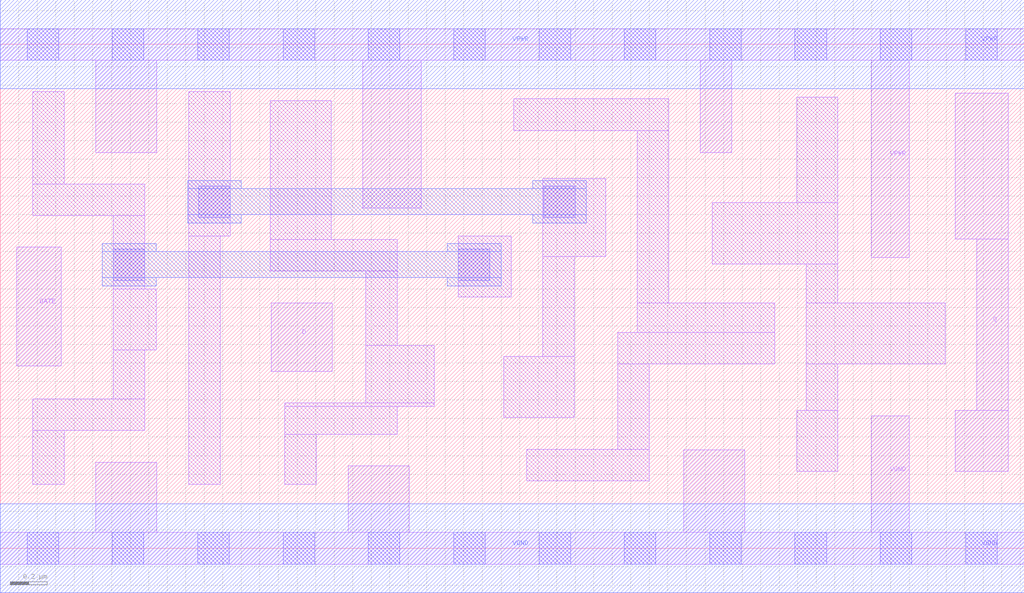
<source format=lef>
# Copyright 2020 The SkyWater PDK Authors
#
# Licensed under the Apache License, Version 2.0 (the "License");
# you may not use this file except in compliance with the License.
# You may obtain a copy of the License at
#
#     https://www.apache.org/licenses/LICENSE-2.0
#
# Unless required by applicable law or agreed to in writing, software
# distributed under the License is distributed on an "AS IS" BASIS,
# WITHOUT WARRANTIES OR CONDITIONS OF ANY KIND, either express or implied.
# See the License for the specific language governing permissions and
# limitations under the License.
#
# SPDX-License-Identifier: Apache-2.0

VERSION 5.7 ;
  NAMESCASESENSITIVE ON ;
  NOWIREEXTENSIONATPIN ON ;
  DIVIDERCHAR "/" ;
  BUSBITCHARS "[]" ;
UNITS
  DATABASE MICRONS 200 ;
END UNITS
MACRO sky130_fd_sc_hd__dlxtp_1
  CLASS CORE ;
  SOURCE USER ;
  FOREIGN sky130_fd_sc_hd__dlxtp_1 ;
  ORIGIN  0.000000  0.000000 ;
  SIZE  5.520000 BY  2.720000 ;
  SYMMETRY X Y R90 ;
  SITE unithd ;
  PIN D
    ANTENNAGATEAREA  0.159000 ;
    DIRECTION INPUT ;
    USE SIGNAL ;
    PORT
      LAYER li1 ;
        RECT 1.460000 0.955000 1.790000 1.325000 ;
    END
  END D
  PIN Q
    ANTENNADIFFAREA  0.470250 ;
    DIRECTION OUTPUT ;
    USE SIGNAL ;
    PORT
      LAYER li1 ;
        RECT 5.150000 0.415000 5.435000 0.745000 ;
        RECT 5.150000 1.670000 5.435000 2.455000 ;
        RECT 5.265000 0.745000 5.435000 1.670000 ;
    END
  END Q
  PIN GATE
    ANTENNAGATEAREA  0.159000 ;
    DIRECTION INPUT ;
    USE CLOCK ;
    PORT
      LAYER li1 ;
        RECT 0.090000 0.985000 0.330000 1.625000 ;
    END
  END GATE
  PIN VGND
    DIRECTION INOUT ;
    SHAPE ABUTMENT ;
    USE GROUND ;
    PORT
      LAYER li1 ;
        RECT 0.000000 -0.085000 5.520000 0.085000 ;
        RECT 0.515000  0.085000 0.845000 0.465000 ;
        RECT 1.875000  0.085000 2.205000 0.445000 ;
        RECT 3.685000  0.085000 4.015000 0.530000 ;
        RECT 4.695000  0.085000 4.900000 0.715000 ;
      LAYER mcon ;
        RECT 0.145000 -0.085000 0.315000 0.085000 ;
        RECT 0.605000 -0.085000 0.775000 0.085000 ;
        RECT 1.065000 -0.085000 1.235000 0.085000 ;
        RECT 1.525000 -0.085000 1.695000 0.085000 ;
        RECT 1.985000 -0.085000 2.155000 0.085000 ;
        RECT 2.445000 -0.085000 2.615000 0.085000 ;
        RECT 2.905000 -0.085000 3.075000 0.085000 ;
        RECT 3.365000 -0.085000 3.535000 0.085000 ;
        RECT 3.825000 -0.085000 3.995000 0.085000 ;
        RECT 4.285000 -0.085000 4.455000 0.085000 ;
        RECT 4.745000 -0.085000 4.915000 0.085000 ;
        RECT 5.205000 -0.085000 5.375000 0.085000 ;
      LAYER met1 ;
        RECT 0.000000 -0.240000 5.520000 0.240000 ;
    END
  END VGND
  PIN VPWR
    DIRECTION INOUT ;
    SHAPE ABUTMENT ;
    USE POWER ;
    PORT
      LAYER li1 ;
        RECT 0.000000 2.635000 5.520000 2.805000 ;
        RECT 0.515000 2.135000 0.845000 2.635000 ;
        RECT 1.955000 1.835000 2.270000 2.635000 ;
        RECT 3.775000 2.135000 3.945000 2.635000 ;
        RECT 4.695000 1.570000 4.900000 2.635000 ;
      LAYER mcon ;
        RECT 0.145000 2.635000 0.315000 2.805000 ;
        RECT 0.605000 2.635000 0.775000 2.805000 ;
        RECT 1.065000 2.635000 1.235000 2.805000 ;
        RECT 1.525000 2.635000 1.695000 2.805000 ;
        RECT 1.985000 2.635000 2.155000 2.805000 ;
        RECT 2.445000 2.635000 2.615000 2.805000 ;
        RECT 2.905000 2.635000 3.075000 2.805000 ;
        RECT 3.365000 2.635000 3.535000 2.805000 ;
        RECT 3.825000 2.635000 3.995000 2.805000 ;
        RECT 4.285000 2.635000 4.455000 2.805000 ;
        RECT 4.745000 2.635000 4.915000 2.805000 ;
        RECT 5.205000 2.635000 5.375000 2.805000 ;
      LAYER met1 ;
        RECT 0.000000 2.480000 5.520000 2.960000 ;
    END
  END VPWR
  OBS
    LAYER li1 ;
      RECT 0.175000 0.345000 0.345000 0.635000 ;
      RECT 0.175000 0.635000 0.780000 0.805000 ;
      RECT 0.175000 1.795000 0.780000 1.965000 ;
      RECT 0.175000 1.965000 0.345000 2.465000 ;
      RECT 0.610000 0.805000 0.780000 1.070000 ;
      RECT 0.610000 1.070000 0.840000 1.400000 ;
      RECT 0.610000 1.400000 0.780000 1.795000 ;
      RECT 1.015000 0.345000 1.185000 1.685000 ;
      RECT 1.015000 1.685000 1.240000 2.465000 ;
      RECT 1.455000 1.495000 2.140000 1.665000 ;
      RECT 1.455000 1.665000 1.785000 2.415000 ;
      RECT 1.535000 0.345000 1.705000 0.615000 ;
      RECT 1.535000 0.615000 2.140000 0.765000 ;
      RECT 1.535000 0.765000 2.340000 0.785000 ;
      RECT 1.970000 0.785000 2.340000 1.095000 ;
      RECT 1.970000 1.095000 2.140000 1.495000 ;
      RECT 2.470000 1.355000 2.755000 1.685000 ;
      RECT 2.715000 0.705000 3.095000 1.035000 ;
      RECT 2.770000 2.255000 3.605000 2.425000 ;
      RECT 2.840000 0.365000 3.500000 0.535000 ;
      RECT 2.925000 1.035000 3.095000 1.575000 ;
      RECT 2.925000 1.575000 3.265000 1.995000 ;
      RECT 3.330000 0.535000 3.500000 0.995000 ;
      RECT 3.330000 0.995000 4.175000 1.165000 ;
      RECT 3.435000 1.165000 4.175000 1.325000 ;
      RECT 3.435000 1.325000 3.605000 2.255000 ;
      RECT 3.840000 1.535000 4.515000 1.865000 ;
      RECT 4.295000 0.415000 4.515000 0.745000 ;
      RECT 4.295000 1.865000 4.515000 2.435000 ;
      RECT 4.345000 0.745000 4.515000 0.995000 ;
      RECT 4.345000 0.995000 5.095000 1.325000 ;
      RECT 4.345000 1.325000 4.515000 1.535000 ;
    LAYER mcon ;
      RECT 0.610000 1.445000 0.780000 1.615000 ;
      RECT 1.070000 1.785000 1.240000 1.955000 ;
      RECT 2.470000 1.445000 2.640000 1.615000 ;
      RECT 2.930000 1.785000 3.100000 1.955000 ;
    LAYER met1 ;
      RECT 0.550000 1.415000 0.840000 1.460000 ;
      RECT 0.550000 1.460000 2.700000 1.600000 ;
      RECT 0.550000 1.600000 0.840000 1.645000 ;
      RECT 1.010000 1.755000 1.300000 1.800000 ;
      RECT 1.010000 1.800000 3.160000 1.940000 ;
      RECT 1.010000 1.940000 1.300000 1.985000 ;
      RECT 2.410000 1.415000 2.700000 1.460000 ;
      RECT 2.410000 1.600000 2.700000 1.645000 ;
      RECT 2.870000 1.755000 3.160000 1.800000 ;
      RECT 2.870000 1.940000 3.160000 1.985000 ;
  END
END sky130_fd_sc_hd__dlxtp_1
END LIBRARY

</source>
